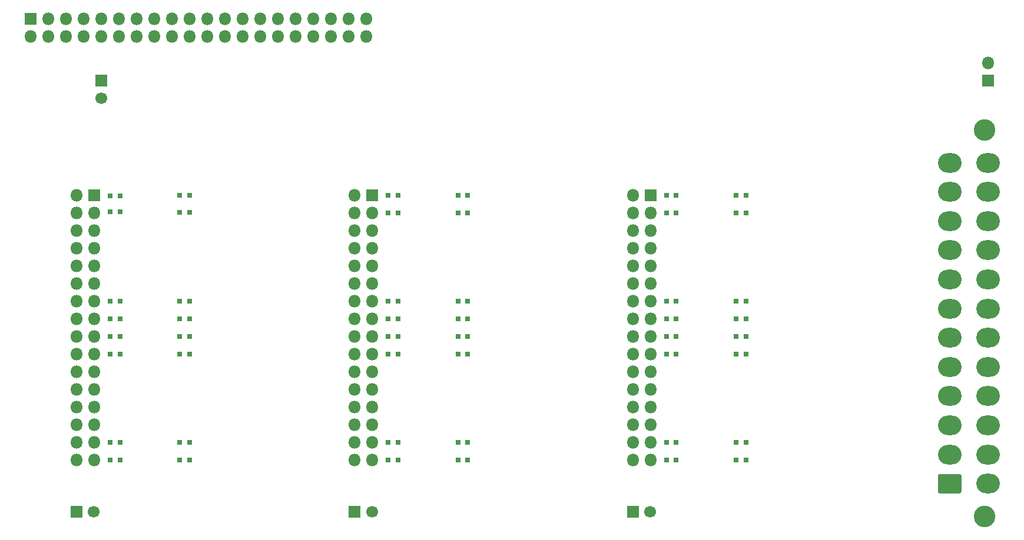
<source format=gbr>
%TF.GenerationSoftware,KiCad,Pcbnew,(5.1.6)-1*%
%TF.CreationDate,2020-07-20T16:14:19+09:00*%
%TF.ProjectId,PWM-LT8500,50574d2d-4c54-4383-9530-302e6b696361,rev?*%
%TF.SameCoordinates,Original*%
%TF.FileFunction,Soldermask,Bot*%
%TF.FilePolarity,Negative*%
%FSLAX46Y46*%
G04 Gerber Fmt 4.6, Leading zero omitted, Abs format (unit mm)*
G04 Created by KiCad (PCBNEW (5.1.6)-1) date 2020-07-20 16:14:19*
%MOMM*%
%LPD*%
G01*
G04 APERTURE LIST*
%ADD10C,1.700000*%
%ADD11R,1.700000X1.700000*%
%ADD12O,1.800000X1.800000*%
%ADD13R,1.800000X1.800000*%
%ADD14R,0.700000X0.800000*%
%ADD15C,3.100000*%
%ADD16O,3.400000X2.800000*%
G04 APERTURE END LIST*
D10*
%TO.C,C5*%
X113960000Y-98000000D03*
D11*
X111460000Y-98000000D03*
%TD*%
D10*
%TO.C,C2*%
X35000000Y-38500000D03*
D11*
X35000000Y-36000000D03*
%TD*%
D12*
%TO.C,J6*%
X162500000Y-33460000D03*
D13*
X162500000Y-36000000D03*
%TD*%
D10*
%TO.C,C6*%
X73960000Y-98000000D03*
D11*
X71460000Y-98000000D03*
%TD*%
D10*
%TO.C,C4*%
X33960000Y-98000000D03*
D11*
X31460000Y-98000000D03*
%TD*%
D12*
%TO.C,J4*%
X73130000Y-29620000D03*
X73130000Y-27080000D03*
X70590000Y-29620000D03*
X70590000Y-27080000D03*
X68050000Y-29620000D03*
X68050000Y-27080000D03*
X65510000Y-29620000D03*
X65510000Y-27080000D03*
X62970000Y-29620000D03*
X62970000Y-27080000D03*
X60430000Y-29620000D03*
X60430000Y-27080000D03*
X57890000Y-29620000D03*
X57890000Y-27080000D03*
X55350000Y-29620000D03*
X55350000Y-27080000D03*
X52810000Y-29620000D03*
X52810000Y-27080000D03*
X50270000Y-29620000D03*
X50270000Y-27080000D03*
X47730000Y-29620000D03*
X47730000Y-27080000D03*
X45190000Y-29620000D03*
X45190000Y-27080000D03*
X42650000Y-29620000D03*
X42650000Y-27080000D03*
X40110000Y-29620000D03*
X40110000Y-27080000D03*
X37570000Y-29620000D03*
X37570000Y-27080000D03*
X35030000Y-29620000D03*
X35030000Y-27080000D03*
X32490000Y-29620000D03*
X32490000Y-27080000D03*
X29950000Y-29620000D03*
X29950000Y-27080000D03*
X27410000Y-29620000D03*
X27410000Y-27080000D03*
X24870000Y-29620000D03*
D13*
X24870000Y-27080000D03*
%TD*%
D12*
%TO.C,J1*%
X31460000Y-90550000D03*
X34000000Y-90550000D03*
X31460000Y-88010000D03*
X34000000Y-88010000D03*
X31460000Y-85470000D03*
X34000000Y-85470000D03*
X31460000Y-82930000D03*
X34000000Y-82930000D03*
X31460000Y-80390000D03*
X34000000Y-80390000D03*
X31460000Y-77850000D03*
X34000000Y-77850000D03*
X31460000Y-75310000D03*
X34000000Y-75310000D03*
X31460000Y-72770000D03*
X34000000Y-72770000D03*
X31460000Y-70230000D03*
X34000000Y-70230000D03*
X31460000Y-67690000D03*
X34000000Y-67690000D03*
X31460000Y-65150000D03*
X34000000Y-65150000D03*
X31460000Y-62610000D03*
X34000000Y-62610000D03*
X31460000Y-60070000D03*
X34000000Y-60070000D03*
X31460000Y-57530000D03*
X34000000Y-57530000D03*
X31460000Y-54990000D03*
X34000000Y-54990000D03*
X31460000Y-52450000D03*
D13*
X34000000Y-52450000D03*
%TD*%
D12*
%TO.C,J2*%
X71460000Y-90550000D03*
X74000000Y-90550000D03*
X71460000Y-88010000D03*
X74000000Y-88010000D03*
X71460000Y-85470000D03*
X74000000Y-85470000D03*
X71460000Y-82930000D03*
X74000000Y-82930000D03*
X71460000Y-80390000D03*
X74000000Y-80390000D03*
X71460000Y-77850000D03*
X74000000Y-77850000D03*
X71460000Y-75310000D03*
X74000000Y-75310000D03*
X71460000Y-72770000D03*
X74000000Y-72770000D03*
X71460000Y-70230000D03*
X74000000Y-70230000D03*
X71460000Y-67690000D03*
X74000000Y-67690000D03*
X71460000Y-65150000D03*
X74000000Y-65150000D03*
X71460000Y-62610000D03*
X74000000Y-62610000D03*
X71460000Y-60070000D03*
X74000000Y-60070000D03*
X71460000Y-57530000D03*
X74000000Y-57530000D03*
X71460000Y-54990000D03*
X74000000Y-54990000D03*
X71460000Y-52450000D03*
D13*
X74000000Y-52450000D03*
%TD*%
D12*
%TO.C,J3*%
X111460000Y-90550000D03*
X114000000Y-90550000D03*
X111460000Y-88010000D03*
X114000000Y-88010000D03*
X111460000Y-85470000D03*
X114000000Y-85470000D03*
X111460000Y-82930000D03*
X114000000Y-82930000D03*
X111460000Y-80390000D03*
X114000000Y-80390000D03*
X111460000Y-77850000D03*
X114000000Y-77850000D03*
X111460000Y-75310000D03*
X114000000Y-75310000D03*
X111460000Y-72770000D03*
X114000000Y-72770000D03*
X111460000Y-70230000D03*
X114000000Y-70230000D03*
X111460000Y-67690000D03*
X114000000Y-67690000D03*
X111460000Y-65150000D03*
X114000000Y-65150000D03*
X111460000Y-62610000D03*
X114000000Y-62610000D03*
X111460000Y-60070000D03*
X114000000Y-60070000D03*
X111460000Y-57530000D03*
X114000000Y-57530000D03*
X111460000Y-54990000D03*
X114000000Y-54990000D03*
X111460000Y-52450000D03*
D13*
X114000000Y-52450000D03*
%TD*%
D14*
%TO.C,D38*%
X126300000Y-72770000D03*
X127700000Y-72770000D03*
%TD*%
D15*
%TO.C,J5*%
X162040000Y-43100000D03*
X162040000Y-98700000D03*
D16*
X162500000Y-47800000D03*
X162500000Y-52000000D03*
X162500000Y-56200000D03*
X162500000Y-60400000D03*
X162500000Y-64600000D03*
X162500000Y-68800000D03*
X162500000Y-73000000D03*
X162500000Y-77200000D03*
X162500000Y-81400000D03*
X162500000Y-85600000D03*
X162500000Y-89800000D03*
X162500000Y-94000000D03*
X157000000Y-47800000D03*
X157000000Y-52000000D03*
X157000000Y-56200000D03*
X157000000Y-60400000D03*
X157000000Y-64600000D03*
X157000000Y-68800000D03*
X157000000Y-73000000D03*
X157000000Y-77200000D03*
X157000000Y-81400000D03*
X157000000Y-85600000D03*
X157000000Y-89800000D03*
G36*
G01*
X158440740Y-95400000D02*
X155559260Y-95400000D01*
G75*
G02*
X155300000Y-95140740I0J259260D01*
G01*
X155300000Y-92859260D01*
G75*
G02*
X155559260Y-92600000I259260J0D01*
G01*
X158440740Y-92600000D01*
G75*
G02*
X158700000Y-92859260I0J-259260D01*
G01*
X158700000Y-95140740D01*
G75*
G02*
X158440740Y-95400000I-259260J0D01*
G01*
G37*
%TD*%
D14*
%TO.C,D48*%
X116300000Y-52450000D03*
X117700000Y-52450000D03*
%TD*%
%TO.C,D47*%
X116300000Y-54990000D03*
X117700000Y-54990000D03*
%TD*%
%TO.C,D46*%
X126300000Y-52450000D03*
X127700000Y-52450000D03*
%TD*%
%TO.C,D45*%
X126300000Y-54990000D03*
X127700000Y-54990000D03*
%TD*%
%TO.C,D44*%
X126300000Y-67690000D03*
X127700000Y-67690000D03*
%TD*%
%TO.C,D43*%
X126300000Y-70230000D03*
X127700000Y-70230000D03*
%TD*%
%TO.C,D42*%
X116300000Y-67690000D03*
X117700000Y-67690000D03*
%TD*%
%TO.C,D41*%
X116300000Y-70230000D03*
X117700000Y-70230000D03*
%TD*%
%TO.C,D40*%
X116300000Y-72770000D03*
X117700000Y-72770000D03*
%TD*%
%TO.C,D39*%
X116300000Y-75310000D03*
X117700000Y-75310000D03*
%TD*%
%TO.C,D37*%
X126300000Y-75310000D03*
X127700000Y-75310000D03*
%TD*%
%TO.C,D36*%
X126300000Y-88010000D03*
X127700000Y-88010000D03*
%TD*%
%TO.C,D35*%
X126300000Y-90550000D03*
X127700000Y-90550000D03*
%TD*%
%TO.C,D34*%
X116300000Y-88010000D03*
X117700000Y-88010000D03*
%TD*%
%TO.C,D33*%
X116300000Y-90550000D03*
X117700000Y-90550000D03*
%TD*%
%TO.C,D32*%
X76300000Y-52450000D03*
X77700000Y-52450000D03*
%TD*%
%TO.C,D31*%
X76300000Y-54990000D03*
X77700000Y-54990000D03*
%TD*%
%TO.C,D30*%
X86300000Y-52450000D03*
X87700000Y-52450000D03*
%TD*%
%TO.C,D29*%
X86300000Y-54990000D03*
X87700000Y-54990000D03*
%TD*%
%TO.C,D28*%
X86300000Y-67690000D03*
X87700000Y-67690000D03*
%TD*%
%TO.C,D27*%
X86300000Y-70230000D03*
X87700000Y-70230000D03*
%TD*%
%TO.C,D26*%
X76300000Y-67690000D03*
X77700000Y-67690000D03*
%TD*%
%TO.C,D25*%
X76300000Y-70230000D03*
X77700000Y-70230000D03*
%TD*%
%TO.C,D24*%
X76300000Y-72770000D03*
X77700000Y-72770000D03*
%TD*%
%TO.C,D23*%
X76300000Y-75310000D03*
X77700000Y-75310000D03*
%TD*%
%TO.C,D22*%
X86300000Y-72770000D03*
X87700000Y-72770000D03*
%TD*%
%TO.C,D21*%
X86300000Y-75310000D03*
X87700000Y-75310000D03*
%TD*%
%TO.C,D20*%
X86300000Y-88010000D03*
X87700000Y-88010000D03*
%TD*%
%TO.C,D19*%
X86300000Y-90550000D03*
X87700000Y-90550000D03*
%TD*%
%TO.C,D18*%
X76300000Y-88010000D03*
X77700000Y-88010000D03*
%TD*%
%TO.C,D17*%
X76300000Y-90550000D03*
X77700000Y-90550000D03*
%TD*%
%TO.C,D16*%
X36300000Y-52590000D03*
X37700000Y-52590000D03*
%TD*%
%TO.C,D15*%
X36300000Y-54850000D03*
X37700000Y-54850000D03*
%TD*%
%TO.C,D14*%
X46300000Y-52500000D03*
X47700000Y-52500000D03*
%TD*%
%TO.C,D13*%
X46300000Y-54980000D03*
X47700000Y-54980000D03*
%TD*%
%TO.C,D12*%
X46300000Y-67690000D03*
X47700000Y-67690000D03*
%TD*%
%TO.C,D11*%
X46300000Y-70230000D03*
X47700000Y-70230000D03*
%TD*%
%TO.C,D10*%
X36300000Y-67690000D03*
X37700000Y-67690000D03*
%TD*%
%TO.C,D9*%
X36300000Y-70230000D03*
X37700000Y-70230000D03*
%TD*%
%TO.C,D8*%
X36300000Y-72770000D03*
X37700000Y-72770000D03*
%TD*%
%TO.C,D7*%
X36300000Y-75310000D03*
X37700000Y-75310000D03*
%TD*%
%TO.C,D6*%
X46300000Y-72770000D03*
X47700000Y-72770000D03*
%TD*%
%TO.C,D5*%
X46300000Y-75310000D03*
X47700000Y-75310000D03*
%TD*%
%TO.C,D4*%
X46300000Y-88010000D03*
X47700000Y-88010000D03*
%TD*%
%TO.C,D3*%
X46300000Y-90550000D03*
X47700000Y-90550000D03*
%TD*%
%TO.C,D2*%
X36300000Y-88010000D03*
X37700000Y-88010000D03*
%TD*%
%TO.C,D1*%
X36300000Y-90550000D03*
X37700000Y-90550000D03*
%TD*%
M02*

</source>
